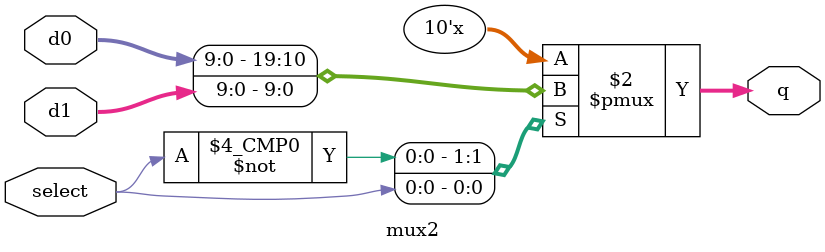
<source format=v>
module mux2 #(parameter SIZE = 10)( select, d0, d1, q );

input select;
input[SIZE-1:0] d0;
input[SIZE-1:0] d1;
output reg [SIZE-1:0] q;


always @( select or d0 or d1)
begin
   case( select )
       0 : q = d0;
       1 : q = d1;
   endcase
end

endmodule

</source>
